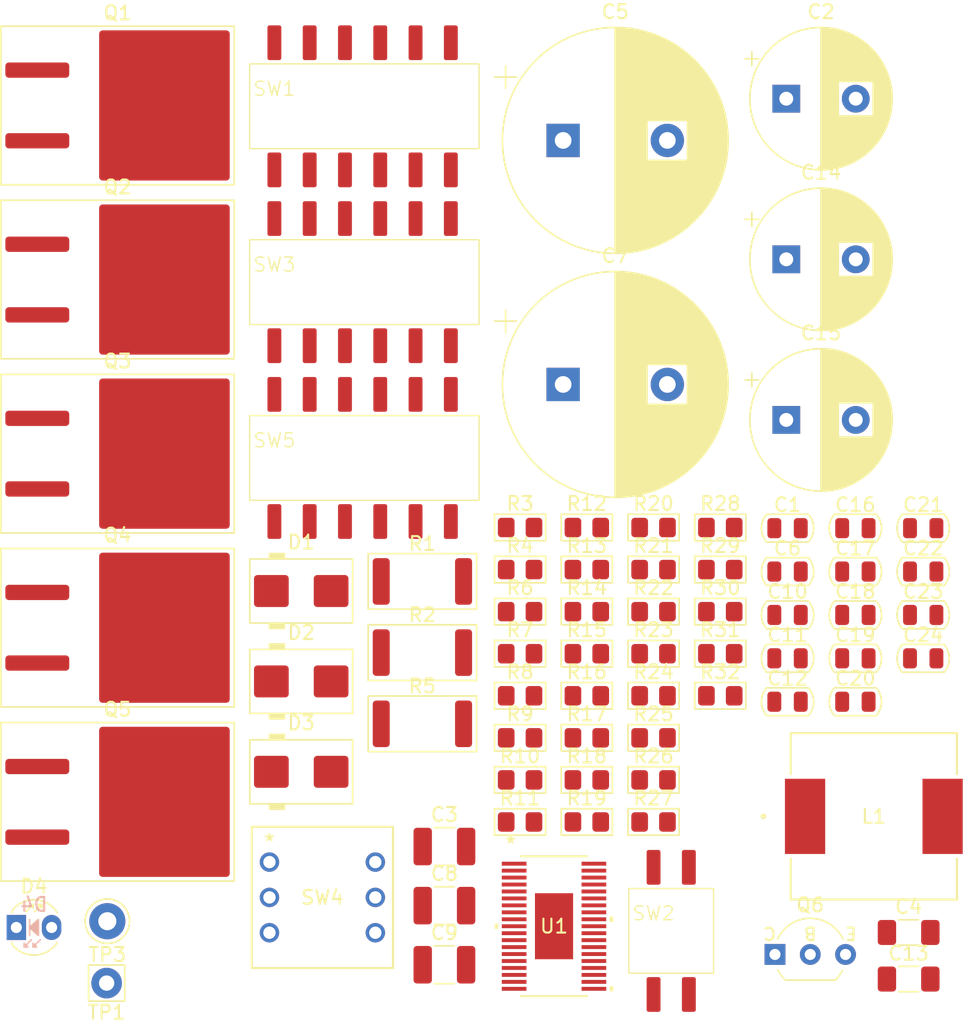
<source format=kicad_pcb>
(kicad_pcb (version 20241229) (generator "pcbnew") (generator_version "9.0")
  (layers (0 "F.Cu" signal) (2 "B.Cu" signal) (13 "F.Paste" user) (15 "B.Paste" user) (5 "F.SilkS" user "F.Silkscreen") (7 "B.SilkS" user "B.Silkscreen") (1 "F.Mask" user) (3 "B.Mask" user) (25 "Edge.Cuts" user))
  (net 0 "")
  (net 1 "/Vin")
  (net 2 "GNDPWR")
  (net 7 "Net-(Q5-D)")
  (net 8 "Net-(Q1-D)")
  (net 13 "Net-(D2-K)")
  (net 14 "Net-(Q1-G)")
  (net 15 "Net-(Q2-S)")
  (net 16 "Net-(D2-A)")
  (net 31 "Net-(Q4-D)")
  (net 32 "Net-(D3-K)")
  (net 33 "VDD")
  (net 34 "GNDS")
  (net 35 "Net-(U1A-SS)")
  (net 36 "Net-(U1A-VC1)")
  (net 37 "Net-(C19-Pad2)")
  (net 38 "Net-(C20-Pad2)")
  (net 39 "Net-(U1A-SNSP1)")
  (net 40 "Net-(U1A-SNSN1)")
  (net 41 "Net-(U1A-SNSP2)")
  (net 42 "Net-(U1A-SNSN2)")
  (net 43 "Net-(U1A-VC2)")
  (net 44 "Net-(U1A-IMON)")
  (net 45 "Net-(D4-K)")
  (net 46 "Net-(D4-A)")
  (net 48 "Net-(L1-Pad2)")
  (net 49 "Net-(Q2-G)")
  (net 50 "Net-(Q3-G)")
  (net 51 "Net-(Q4-G)")
  (net 52 "Net-(Q5-G)")
  (net 53 "Net-(Q6-B)")
  (net 58 "/PWGD")
  (net 59 "Net-(U1A-RT)")
  (net 60 "/manual_bus")
  (net 61 "Net-(R17-Pad1)")
  (net 62 "Net-(U1A-MODE1)")
  (net 63 "Net-(U1A-MODE2)")
  (net 64 "Net-(R20-Pad1)")
  (net 65 "Net-(R21-Pad1)")
  (net 66 "Net-(R22-Pad1)")
  (net 67 "Net-(R23-Pad1)")
  (net 68 "Net-(R24-Pad1)")
  (net 69 "Net-(R25-Pad1)")
  (net 70 "Net-(R26-Pad1)")
  (net 71 "Net-(R27-Pad1)")
  (net 72 "Net-(R28-Pad1)")
  (net 73 "Net-(R29-Pad1)")
  (net 74 "Net-(R30-Pad1)")
  (net 75 "Net-(R31-Pad1)")
  (net 76 "Net-(R32-Pad1)")
  (net 77 "Net-(SW3-Pad1)")
  (net 78 "Net-(U1A-FB2)")
  (net 79 "Net-(U1A-FB1)")
  (footprint "PCM_Package_TO_SOT_SMD_AKL:TO-263-2" (layer "F.Cu") (at 107.2525 108.205)
    (property "Reference" "Q5" (at 0 -6.65 0) (layer "F.SilkS"))
    (property "Value" "IPB048N15N5LF" (hide yes))
    (pad "1" smd roundrect (at -5.775 -2.54) (size 4.6 1.1) (layers "F.Cu" "F.Mask" "F.Paste") (roundrect_rratio 0.2272727273) (net 52 "Net-(Q5-G)"))
    (pad "2" smd roundrect (at 3.375 0) (size 9.4 10.8) (layers "F.Cu" "F.Mask") (roundrect_rratio 0.02659574468) (net 7 "Net-(Q5-D)"))
    (pad "3" smd roundrect (at -5.775 2.54) (size 4.6 1.1) (layers "F.Cu" "F.Mask" "F.Paste") (roundrect_rratio 0.2272727273) (net 31 "Net-(Q4-D)"))
  )
  (footprint "PCM_Resistor_SMD_AKL:R_0805_2012Metric_Pad1.20x1.40mm_HandSolder" (layer "F.Cu") (at 136.224 109.6525)
    (property "Reference" "R11" (at 0 -1.7145 0) (layer "F.SilkS"))
    (property "Value" "1k")
    (pad "1" smd roundrect (at -1 0) (size 1.2 1.4) (layers "F.Cu" "F.Mask" "F.Paste") (roundrect_rratio 0.208333) (net 58 "/PWGD"))
    (pad "2" smd roundrect (at 1 0) (size 1.2 1.4) (layers "F.Cu" "F.Mask" "F.Paste") (roundrect_rratio 0.208333) (net 53 "Net-(Q6-B)"))
  )
  (footprint "Inductor_SMD_Wurth:IND_1210-WE-HCC_WRE" (layer "F.Cu") (at 161.6829 109.2499)
    (property "Reference" "L1" (at 0 0 0) (layer "F.SilkS"))
    (property "Value" "7443320680")
    (pad "1" smd rect (at -4.95 0) (size 2.8956 5.4102) (layers "F.Cu" "F.Mask" "F.Paste") (net 31 "Net-(Q4-D)"))
    (pad "2" smd rect (at 4.95 0) (size 2.8956 5.4102) (layers "F.Cu" "F.Mask" "F.Paste") (net 48 "Net-(L1-Pad2)"))
  )
  (footprint "PCM_Resistor_SMD_AKL:R_0805_2012Metric_Pad1.20x1.40mm_HandSolder" (layer "F.Cu") (at 141.027 100.5775)
    (property "Reference" "R16" (at 0 -1.7145 0) (layer "F.SilkS"))
    (property "Value" "100k")
    (pad "1" smd roundrect (at -1 0) (size 1.2 1.4) (layers "F.Cu" "F.Mask" "F.Paste") (roundrect_rratio 0.208333) (net 7 "Net-(Q5-D)"))
    (pad "2" smd roundrect (at 1 0) (size 1.2 1.4) (layers "F.Cu" "F.Mask" "F.Paste") (roundrect_rratio 0.208333) (net 60 "/manual_bus"))
  )
  (footprint "PCM_Resistor_SMD_AKL:R_0805_2012Metric_Pad1.20x1.40mm_HandSolder" (layer "F.Cu") (at 145.83 97.5525)
    (property "Reference" "R23" (at 0 -1.7145 0) (layer "F.SilkS"))
    (property "Value" "5.1k")
    (pad "1" smd roundrect (at -1 0) (size 1.2 1.4) (layers "F.Cu" "F.Mask" "F.Paste") (roundrect_rratio 0.208333) (net 67 "Net-(R23-Pad1)"))
    (pad "2" smd roundrect (at 1 0) (size 1.2 1.4) (layers "F.Cu" "F.Mask" "F.Paste") (roundrect_rratio 0.208333) (net 34 "GNDS"))
  )
  (footprint "Converter_DCDC:05-08-1772_ADI-M" (layer "F.Cu") (at 138.6659 117.1514)
    (property "Reference" "U1" (at 0 0 0) (layer "F.SilkS"))
    (property "Value" "LT8210EFE")
    (fp_text user "*" (at -3.1242 -5.9224 0) (layer "F.SilkS"))
    (fp_text user "*" (at -3.1242 -5.9224 0) (layer "F.SilkS"))
    (pad "1" smd rect (at -2.8702 -4.499999) (size 1.778 0.2794) (layers "F.Cu" "F.Mask" "F.Paste") (net 1 "/Vin"))
    (pad "2" smd rect (at -2.8702 -4) (size 1.778 0.2794) (layers "F.Cu" "F.Mask" "F.Paste") (net 63 "Net-(U1A-MODE2)"))
    (pad "3" smd rect (at -2.8702 -3.500001) (size 1.778 0.2794) (layers "F.Cu" "F.Mask" "F.Paste") (net 62 "Net-(U1A-MODE1)"))
    (pad "4" smd rect (at -2.8702 -2.999999) (size 1.778 0.2794) (layers "F.Cu" "F.Mask" "F.Paste") (net 34 "GNDS"))
    (pad "5" smd rect (at -2.8702 -2.5) (size 1.778 0.2794) (layers "F.Cu" "F.Mask" "F.Paste") (net 58 "/PWGD"))
    (pad "6" smd rect (at -2.8702 -2.000001) (size 1.778 0.2794) (layers "F.Cu" "F.Mask" "F.Paste") (net 59 "Net-(U1A-RT)"))
    (pad "7" smd rect (at -2.8702 -1.5) (size 1.778 0.2794) (layers "F.Cu" "F.Mask" "F.Paste") (net 34 "GNDS"))
    (pad "8" smd rect (at -2.8702 -1.000001) (size 1.778 0.2794) (layers "F.Cu" "F.Mask" "F.Paste") (net 33 "VDD"))
    (pad "9" smd rect (at -2.8702 -0.499999) (size 1.778 0.2794) (layers "F.Cu" "F.Mask" "F.Paste") (net 35 "Net-(U1A-SS)"))
    (pad "10" smd rect (at -2.8702 0) (size 1.778 0.2794) (layers "F.Cu" "F.Mask" "F.Paste") (net 44 "Net-(U1A-IMON)"))
    (pad "11" smd rect (at -2.8702 0.499999) (size 1.778 0.2794) (layers "F.Cu" "F.Mask" "F.Paste") (net 36 "Net-(U1A-VC1)"))
    (pad "12" smd rect (at -2.8702 1.000001) (size 1.778 0.2794) (layers "F.Cu" "F.Mask" "F.Paste") (net 43 "Net-(U1A-VC2)"))
    (pad "13" smd rect (at -2.8702 1.5) (size 1.778 0.2794) (layers "F.Cu" "F.Mask" "F.Paste") (net 78 "Net-(U1A-FB2)"))
    (pad "14" smd rect (at -2.8702 2.000001) (size 1.778 0.2794) (layers "F.Cu" "F.Mask" "F.Paste") (net 79 "Net-(U1A-FB1)"))
    (pad "15" smd rect (at -2.8702 2.5) (size 1.778 0.2794) (layers "F.Cu" "F.Mask" "F.Paste"))
    (pad "16" smd rect (at -2.8702 2.999999) (size 1.778 0.2794) (layers "F.Cu" "F.Mask" "F.Paste") (net 7 "Net-(Q5-D)"))
    (pad "17" smd rect (at -2.8702 3.500001) (size 1.778 0.2794) (layers "F.Cu" "F.Mask" "F.Paste"))
    (pad "18" smd rect (at -2.8702 4) (size 1.778 0.2794) (layers "F.Cu" "F.Mask" "F.Paste") (net 42 "Net-(U1A-SNSN2)"))
    (pad "19" smd rect (at -2.8702 4.500001) (size 1.778 0.2794) (layers "F.Cu" "F.Mask" "F.Paste") (net 41 "Net-(U1A-SNSP2)"))
    (pad "20" smd rect (at 2.8702 4.499999) (size 1.778 0.2794) (layers "F.Cu" "F.Mask" "F.Paste") (net 52 "Net-(Q5-G)"))
    (pad "21" smd rect (at 2.8702 4) (size 1.778 0.2794) (layers "F.Cu" "F.Mask" "F.Paste") (net 31 "Net-(Q4-D)"))
    (pad "22" smd rect (at 2.8702 3.500001) (size 1.778 0.2794) (layers "F.Cu" "F.Mask" "F.Paste") (net 32 "Net-(D3-K)"))
    (pad "23" smd rect (at 2.8702 2.999999) (size 1.778 0.2794) (layers "F.Cu" "F.Mask" "F.Paste"))
    (pad "24" smd rect (at 2.8702 2.5) (size 1.778 0.2794) (layers "F.Cu" "F.Mask" "F.Paste") (net 51 "Net-(Q4-G)"))
    (pad "25" smd rect (at 2.8702 1.999999) (size 1.778 0.2794) (layers "F.Cu" "F.Mask" "F.Paste") (net 2 "GNDPWR"))
    (pad "26" smd rect (at 2.8702 1.5) (size 1.778 0.2794) (layers "F.Cu" "F.Mask" "F.Paste") (net 50 "Net-(Q3-G)"))
    (pad "27" smd rect (at 2.8702 1.000001) (size 1.778 0.2794) (layers "F.Cu" "F.Mask" "F.Paste") (net 16 "Net-(D2-A)"))
    (pad "28" smd rect (at 2.8702 0.499999) (size 1.778 0.2794) (layers "F.Cu" "F.Mask" "F.Paste") (net 7 "Net-(Q5-D)"))
    (pad "29" smd rect (at 2.8702 0) (size 1.778 0.2794) (layers "F.Cu" "F.Mask" "F.Paste"))
    (pad "30" smd rect (at 2.8702 -0.500002) (size 1.778 0.2794) (layers "F.Cu" "F.Mask" "F.Paste") (net 13 "Net-(D2-K)"))
    (pad "31" smd rect (at 2.8702 -1.000001) (size 1.778 0.2794) (layers "F.Cu" "F.Mask" "F.Paste") (net 15 "Net-(Q2-S)"))
    (pad "32" smd rect (at 2.8702 -1.5) (size 1.778 0.2794) (layers "F.Cu" "F.Mask" "F.Paste") (net 49 "Net-(Q2-G)"))
    (pad "33" smd rect (at 2.8702 -2.000001) (size 1.778 0.2794) (layers "F.Cu" "F.Mask" "F.Paste") (net 40 "Net-(U1A-SNSN1)"))
    (pad "34" smd rect (at 2.8702 -2.5) (size 1.778 0.2794) (layers "F.Cu" "F.Mask" "F.Paste") (net 39 "Net-(U1A-SNSP1)"))
    (pad "35" smd rect (at 2.8702 -2.999999) (size 1.778 0.2794) (layers "F.Cu" "F.Mask" "F.Paste"))
    (pad "36" smd rect (at 2.8702 -3.500001) (size 1.778 0.2794) (layers "F.Cu" "F.Mask" "F.Paste") (net 8 "Net-(Q1-D)"))
    (pad "37" smd rect (at 2.8702 -4) (size 1.778 0.2794) (layers "F.Cu" "F.Mask" "F.Paste") (net 14 "Net-(Q1-G)"))
    (pad "38" smd rect (at 2.8702 -4.500001) (size 1.778 0.2794) (layers "F.Cu" "F.Mask" "F.Paste") (net 1 "/Vin"))
    (pad "39" smd rect (at 0 0) (size 2.7432 4.7498) (layers "F.Cu" "F.Mask"))
  )
  (footprint "PCM_Capacitor_SMD_AKL:C_0805_2012Metric" (layer "F.Cu") (at 165.23697 91.645)
    (property "Reference" "C22" (at 0 -1.68 0) (layer "F.SilkS"))
    (property "Value" "1nF" (hide yes))
    (pad "1" smd roundrect (at -0.95 0) (size 1 1.45) (layers "F.Cu" "F.Mask" "F.Paste") (net 41 "Net-(U1A-SNSP2)"))
    (pad "2" smd roundrect (at 0.95 0) (size 1 1.45) (layers "F.Cu" "F.Mask" "F.Paste") (net 42 "Net-(U1A-SNSN2)"))
  )
  (footprint "Capacitor_SMD:C_1206_3216Metric_Pad1.33x1.80mm_HandSolder" (layer "F.Cu") (at 164.1875 120.95)
    (property "Reference" "C13" (at 0 -1.85 0) (layer "F.SilkS"))
    (property "Value" "22uF 35V")
    (pad "1" smd roundrect (at -1.5625 0) (size 1.325 1.8) (layers "F.Cu" "F.Mask" "F.Paste") (roundrect_rratio 0.188679) (net 7 "Net-(Q5-D)"))
    (pad "2" smd roundrect (at 1.5625 0) (size 1.325 1.8) (layers "F.Cu" "F.Mask" "F.Paste") (roundrect_rratio 0.188679) (net 2 "GNDPWR"))
  )
  (footprint "Connector_Pin:Pin_D1.1mm_L8.5mm_W2.5mm_FlatFork" (layer "F.Cu") (at 106.4675 121.24)
    (property "Reference" "TP1" (at 0 2.1 0) (layer "F.SilkS"))
    (property "Value" "ForkTerminal")
    (pad "1" thru_hole circle (at 0 0) (size 2.2 2.2) (drill 1.1) (layers "*.Cu" "*.Mask"))
  )
  (footprint "Capacitor_SMD:C_1210_3225Metric_Pad1.33x2.70mm_HandSolder" (layer "F.Cu") (at 130.7775 111.42)
    (property "Reference" "C3" (at 0 -2.3 0) (layer "F.SilkS"))
    (property "Value" "10uF 100V")
    (pad "1" smd roundrect (at -1.5625 0) (size 1.325 2.7) (layers "F.Cu" "F.Mask" "F.Paste") (roundrect_rratio 0.188679))
    (pad "2" smd roundrect (at 1.5625 0) (size 1.325 2.7) (layers "F.Cu" "F.Mask" "F.Paste") (roundrect_rratio 0.188679))
  )
  (footprint "Button_Switch_SMD:6DIPCFS" (layer "F.Cu") (at 118.5405 70.069)
    (property "Reference" "SW3" (at 0 -0.5 0) (layer "F.SilkS") (effects (font (thickness 0.1))))
    (property "Value" "DIP6")
    (pad "1" smd roundrect (at 0 -3.81) (size 1 2.5) (layers "F.Cu" "F.Mask" "F.Paste") (roundrect_rratio 0.15) (net 77 "Net-(SW3-Pad1)"))
    (pad "2" smd roundrect (at 2.54 -3.81 90) (size 2.5 1) (layers "F.Cu" "F.Mask" "F.Paste") (roundrect_rratio 0.15) (net 77 "Net-(SW3-Pad1)"))
    (pad "3" smd roundrect (at 5.08 -3.81 90) (size 2.5 1) (layers "F.Cu" "F.Mask" "F.Paste") (roundrect_rratio 0.15) (net 77 "Net-(SW3-Pad1)"))
    (pad "4" smd roundrect (at 7.62 -3.81 90) (size 2.5 1) (layers "F.Cu" "F.Mask" "F.Paste") (roundrect_rratio 0.15) (net 77 "Net-(SW3-Pad1)"))
    (pad "5" smd roundrect (at 10.16 -3.81 90) (size 2.5 1) (layers "F.Cu" "F.Mask" "F.Paste") (roundrect_rratio 0.15) (net 77 "Net-(SW3-Pad1)"))
    (pad "6" smd roundrect (at 12.7 -3.81 90) (size 2.5 1) (layers "F.Cu" "F.Mask" "F.Paste") (roundrect_rratio 0.15) (net 77 "Net-(SW3-Pad1)"))
    (pad "7" smd roundrect (at 12.7 5.334 90) (size 2.5 1) (layers "F.Cu" "F.Mask" "F.Paste") (roundrect_rratio 0.15) (net 68 "Net-(R24-Pad1)"))
    (pad "8" smd roundrect (at 10.16 5.334 90) (size 2.5 1) (layers "F.Cu" "F.Mask" "F.Paste") (roundrect_rratio 0.15) (net 67 "Net-(R23-Pad1)"))
    (pad "9" smd roundrect (at 7.62 5.334 90) (size 2.5 1) (layers "F.Cu" "F.Mask" "F.Paste") (roundrect_rratio 0.15) (net 66 "Net-(R22-Pad1)"))
    (pad "10" smd roundrect (at 5.08 5.334 90) (size 2.5 1) (layers "F.Cu" "F.Mask" "F.Paste") (roundrect_rratio 0.15) (net 65 "Net-(R21-Pad1)"))
    (pad "11" smd roundrect (at 2.54 5.334 90) (size 2.5 1) (layers "F.Cu" "F.Mask" "F.Paste") (roundrect_rratio 0.15) (net 64 "Net-(R20-Pad1)"))
    (pad "12" smd roundrect (at 0 5.334 90) (size 2.5 1) (layers "F.Cu" "F.Mask" "F.Paste") (roundrect_rratio 0.15) (net 61 "Net-(R17-Pad1)"))
  )
  (footprint "PCM_Package_TO_SOT_SMD_AKL:TO-263-2" (layer "F.Cu") (at 107.2525 70.645)
    (property "Reference" "Q2" (at 0 -6.65 0) (layer "F.SilkS"))
    (property "Value" "IPB048N15N5LF" (hide yes))
    (pad "1" smd roundrect (at -5.775 -2.54) (size 4.6 1.1) (layers "F.Cu" "F.Mask" "F.Paste") (roundrect_rratio 0.2272727273) (net 49 "Net-(Q2-G)"))
    (pad "2" smd roundrect (at 3.375 0) (size 9.4 10.8) (layers "F.Cu" "F.Mask") (roundrect_rratio 0.02659574468) (net 8 "Net-(Q1-D)"))
    (pad "3" smd roundrect (at -5.775 2.54) (size 4.6 1.1) (layers "F.Cu" "F.Mask" "F.Paste") (roundrect_rratio 0.2272727273) (net 15 "Net-(Q2-S)"))
  )
  (footprint "Button_Switch_SMD:6DIPCFS" (layer "F.Cu") (at 118.5405 57.425)
    (property "Reference" "SW1" (at 0 -0.5 0) (layer "F.SilkS") (effects (font (thickness 0.1))))
    (property "Value" "DIP6")
    (pad "1" smd roundrect (at 0 -3.81) (size 1 2.5) (layers "F.Cu" "F.Mask" "F.Paste") (roundrect_rratio 0.15))
    (pad "2" smd roundrect (at 2.54 -3.81 90) (size 2.5 1) (layers "F.Cu" "F.Mask" "F.Paste") (roundrect_rratio 0.15))
    (pad "3" smd roundrect (at 5.08 -3.81 90) (size 2.5 1) (layers "F.Cu" "F.Mask" "F.Paste") (roundrect_rratio 0.15))
    (pad "4" smd roundrect (at 7.62 -3.81 90) (size 2.5 1) (layers "F.Cu" "F.Mask" "F.Paste") (roundrect_rratio 0.15))
    (pad "5" smd roundrect (at 10.16 -3.81 90) (size 2.5 1) (layers "F.Cu" "F.Mask" "F.Paste") (roundrect_rratio 0.15))
    (pad "6" smd roundrect (at 12.7 -3.81 90) (size 2.5 1) (layers "F.Cu" "F.Mask" "F.Paste") (roundrect_rratio 0.15))
    (pad "7" smd roundrect (at 12.7 5.334 90) (size 2.5 1) (layers "F.Cu" "F.Mask" "F.Paste") (roundrect_rratio 0.15))
    (pad "8" smd roundrect (at 10.16 5.334 90) (size 2.5 1) (layers "F.Cu" "F.Mask" "F.Paste") (roundrect_rratio 0.15))
    (pad "9" smd roundrect (at 7.62 5.334 90) (size 2.5 1) (layers "F.Cu" "F.Mask" "F.Paste") (roundrect_rratio 0.15))
    (pad "10" smd roundrect (at 5.08 5.334 90) (size 2.5 1) (layers "F.Cu" "F.Mask" "F.Paste") (roundrect_rratio 0.15))
    (pad "11" smd roundrect (at 2.54 5.334 90) (size 2.5 1) (layers "F.Cu" "F.Mask" "F.Paste") (roundrect_rratio 0.15))
    (pad "12" smd roundrect (at 0 5.334 90) (size 2.5 1) (layers "F.Cu" "F.Mask" "F.Paste") (roundrect_rratio 0.15))
  )
  (footprint "PCM_Resistor_SMD_AKL:R_0805_2012Metric_Pad1.20x1.40mm_HandSolder" (layer "F.Cu") (at 145.83 94.5275)
    (property "Reference" "R22" (at 0 -1.7145 0) (layer "F.SilkS"))
    (property "Value" "7.5k")
    (pad "1" smd roundrect (at -1 0) (size 1.2 1.4) (layers "F.Cu" "F.Mask" "F.Paste") (roundrect_rratio 0.208333) (net 66 "Net-(R22-Pad1)"))
    (pad "2" smd roundrect (at 1 0) (size 1.2 1.4) (layers "F.Cu" "F.Mask" "F.Paste") (roundrect_rratio 0.208333) (net 34 "GNDS"))
  )
  (footprint "PCM_Resistor_SMD_AKL:R_2512_6332Metric" (layer "F.Cu") (at 129.1925 92.355)
    (property "Reference" "R1" (at 0 -2.715 0) (layer "F.SilkS"))
    (property "Value" "5mOhm" (hide yes))
    (pad "1" smd roundrect (at -2.9625 0) (size 1.225 3.35) (layers "F.Cu" "F.Mask" "F.Paste") (roundrect_rratio 0.204082) (net 15 "Net-(Q2-S)"))
    (pad "2" smd roundrect (at 2.9625 0) (size 1.225 3.35) (layers "F.Cu" "F.Mask" "F.Paste") (roundrect_rratio 0.204082) (net 48 "Net-(L1-Pad2)"))
  )
  (footprint "PCM_Capacitor_THT_AKL:CP_Radial_D16.0mm_P7.50mm" (layer "F.Cu") (at 139.321991 78.19)
    (property "Reference" "C7" (at 3.75 -9.25 0) (layer "F.SilkS"))
    (property "Value" "220uF 100V" (hide yes))
    (pad "1" thru_hole rect (at 0 0) (size 2.4 2.4) (drill 1.2) (layers "*.Cu" "*.Mask") (net 8 "Net-(Q1-D)"))
    (pad "2" thru_hole circle (at 7.5 0) (size 2.4 2.4) (drill 1.2) (layers "*.Cu" "*.Mask") (net 2 "GNDPWR"))
  )
  (footprint "Capacitor_SMD:C_1206_3216Metric_Pad1.33x1.80mm_HandSolder" (layer "F.Cu") (at 164.1875 117.6)
    (property "Reference" "C4" (at 0 -1.85 0) (layer "F.SilkS"))
    (property "Value" "22uF 35V")
    (pad "1" smd roundrect (at -1.5625 0) (size 1.325 1.8) (layers "F.Cu" "F.Mask" "F.Paste") (roundrect_rratio 0.188679) (net 7 "Net-(Q5-D)"))
    (pad "2" smd roundrect (at 1.5625 0) (size 1.325 1.8) (layers "F.Cu" "F.Mask" "F.Paste") (roundrect_rratio 0.188679) (net 2 "GNDPWR"))
  )
  (footprint "PCM_Resistor_SMD_AKL:R_0805_2012Metric_Pad1.20x1.40mm_HandSolder" (layer "F.Cu") (at 145.83 91.5025)
    (property "Reference" "R21" (at 0 -1.7145 0) (layer "F.SilkS"))
    (property "Value" "9.1k")
    (pad "1" smd roundrect (at -1 0) (size 1.2 1.4) (layers "F.Cu" "F.Mask" "F.Paste") (roundrect_rratio 0.208333) (net 65 "Net-(R21-Pad1)"))
    (pad "2" smd roundrect (at 1 0) (size 1.2 1.4) (layers "F.Cu" "F.Mask" "F.Paste") (roundrect_rratio 0.208333) (net 34 "GNDS"))
  )
  (footprint "PCM_Resistor_SMD_AKL:R_0805_2012Metric_Pad1.20x1.40mm_HandSolder" (layer "F.Cu") (at 145.83 106.6275)
    (property "Reference" "R26" (at 0 -1.7145 0) (layer "F.SilkS"))
    (property "Value" "6.8k")
    (pad "1" smd roundrect (at -1 0) (size 1.2 1.4) (layers "F.Cu" "F.Mask" "F.Paste") (roundrect_rratio 0.208333) (net 70 "Net-(R26-Pad1)"))
    (pad "2" smd roundrect (at 1 0) (size 1.2 1.4) (layers "F.Cu" "F.Mask" "F.Paste") (roundrect_rratio 0.208333) (net 34 "GNDS"))
  )
  (footprint "PCM_Resistor_SMD_AKL:R_0805_2012Metric_Pad1.20x1.40mm_HandSolder" (layer "F.Cu") (at 136.224 97.5525)
    (property "Reference" "R7" (at 0 -1.7145 0) (layer "F.SilkS"))
    (property "Value" "10R")
    (pad "1" smd roundrect (at -1 0) (size 1.2 1.4) (layers "F.Cu" "F.Mask" "F.Paste") (roundrect_rratio 0.208333) (net 48 "Net-(L1-Pad2)"))
    (pad "2" smd roundrect (at 1 0) (size 1.2 1.4) (layers "F.Cu" "F.Mask" "F.Paste") (roundrect_rratio 0.208333) (net 40 "Net-(U1A-SNSN1)"))
  )
  (footprint "PCM_Resistor_SMD_AKL:R_0805_2012Metric_Pad1.20x1.40mm_HandSolder" (layer "F.Cu") (at 141.027 106.6275)
    (property "Reference" "R18" (at 0 -1.7145 0) (layer "F.SilkS"))
    (property "Value" "10k")
    (pad "1" smd roundrect (at -1 0) (size 1.2 1.4) (layers "F.Cu" "F.Mask" "F.Paste") (roundrect_rratio 0.208333) (net 33 "VDD"))
    (pad "2" smd roundrect (at 1 0) (size 1.2 1.4) (layers "F.Cu" "F.Mask" "F.Paste") (roundrect_rratio 0.208333) (net 62 "Net-(U1A-MODE1)"))
  )
  (footprint "PCM_Capacitor_SMD_AKL:C_0805_2012Metric" (layer "F.Cu") (at 165.23697 97.885)
    (property "Reference" "C24" (at 0 -1.68 0) (layer "F.SilkS"))
    (property "Value" "220pF" (hide yes))
    (pad "1" smd roundrect (at -0.95 0) (size 1 1.45) (layers "F.Cu" "F.Mask" "F.Paste") (net 34 "GNDS"))
    (pad "2" smd roundrect (at 0.95 0) (size 1 1.45) (layers "F.Cu" "F.Mask" "F.Paste") (net 44 "Net-(U1A-IMON)"))
  )
  (footprint "PCM_Resistor_SMD_AKL:R_0805_2012Metric_Pad1.20x1.40mm_HandSolder" (layer "F.Cu") (at 141.027 97.5525)
    (property "Reference" "R15" (at 0 -1.7145 0) (layer "F.SilkS"))
    (property "Value" "60.4k")
    (pad "1" smd roundrect (at -1 0) (size 1.2 1.4) (layers "F.Cu" "F.Mask" "F.Paste") (roundrect_rratio 0.208333) (net 38 "Net-(C20-Pad2)"))
    (pad "2" smd roundrect (at 1 0) (size 1.2 1.4) (layers "F.Cu" "F.Mask" "F.Paste") (roundrect_rratio 0.208333) (net 43 "Net-(U1A-VC2)"))
  )
  (footprint "PCM_Package_TO_SOT_SMD_AKL:TO-263-2" (layer "F.Cu") (at 107.2525 95.685)
    (property "Reference" "Q4" (at 0 -6.65 0) (layer "F.SilkS"))
    (property "Value" "IPB048N15N5LF" (hide yes))
    (pad "1" smd roundrect (at -5.775 -2.54) (size 4.6 1.1) (layers "F.Cu" "F.Mask" "F.Paste") (roundrect_rratio 0.2272727273) (net 51 "Net-(Q4-G)"))
    (pad "2" smd roundrect (at 3.375 0) (size 9.4 10.8) (layers "F.Cu" "F.Mask") (roundrect_rratio 0.02659574468) (net 31 "Net-(Q4-D)"))
    (pad "3" smd roundrect (at -5.775 2.54) (size 4.6 1.1) (layers "F.Cu" "F.Mask" "F.Paste") (roundrect_rratio 0.2272727273) (net 2 "GNDPWR"))
  )
  (footprint "PCM_Resistor_SMD_AKL:R_0805_2012Metric_Pad1.20x1.40mm_HandSolder" (layer "F.Cu") (at 141.027 94.5275)
    (property "Reference" "R14" (at 0 -1.7145 0) (layer "F.SilkS"))
    (property "Value" "2.61k")
    (pad "1" smd roundrect (at -1 0) (size 1.2 1.4) (layers "F.Cu" "F.Mask" "F.Paste") (roundrect_rratio 0.208333) (net 37 "Net-(C19-Pad2)"))
    (pad "2" smd roundrect (at 1 0) (size 1.2 1.4) (layers "F.Cu" "F.Mask" "F.Paste") (roundrect_rratio 0.208333) (net 36 "Net-(U1A-VC1)"))
  )
  (footprint "PCM_Resistor_SMD_AKL:R_0805_2012Metric_Pad1.20x1.40mm_HandSolder" (layer "F.Cu") (at 150.633 100.5775)
    (property "Reference" "R32" (at 0 -1.7145 0) (layer "F.SilkS"))
    (property "Value" "33k")
    (pad "1" smd roundrect (at -1 0) (size 1.2 1.4) (layers "F.Cu" "F.Mask" "F.Paste") (roundrect_rratio 0.208333) (net 76 "Net-(R32-Pad1)"))
    (pad "2" smd roundrect (at 1 0) (size 1.2 1.4) (layers "F.Cu" "F.Mask" "F.Paste") (roundrect_rratio 0.208333) (net 34 "GNDS"))
  )
  (footprint "PCM_Resistor_SMD_AKL:R_0805_2012Metric_Pad1.20x1.40mm_HandSolder" (layer "F.Cu") (at 145.83 100.5775)
    (property "Reference" "R24" (at 0 -1.7145 0) (layer "F.SilkS"))
    (property "Value" "4.3k")
    (pad "1" smd roundrect (at -1 0) (size 1.2 1.4) (layers "F.Cu" "F.Mask" "F.Paste") (roundrect_rratio 0.208333) (net 68 "Net-(R24-Pad1)"))
    (pad "2" smd roundrect (at 1 0) (size 1.2 1.4) (layers "F.Cu" "F.Mask" "F.Paste") (roundrect_rratio 0.208333) (net 34 "GNDS"))
  )
  (footprint "PCM_Capacitor_SMD_AKL:C_0805_2012Metric" (layer "F.Cu") (at 155.473394 97.885)
    (property "Reference" "C11" (at 0 -1.68 0) (layer "F.SilkS"))
    (property "Value" "4.7uF 35v" (hide yes))
    (pad "1" smd roundrect (at -0.95 0) (size 1 1.45) (layers "F.Cu" "F.Mask" "F.Paste") (net 16 "Net-(D2-A)"))
    (pad "2" smd roundrect (at 0.95 0) (size 1 1.45) (layers "F.Cu" "F.Mask" "F.Paste") (net 2 "GNDPWR"))
  )
  (footprint "PCM_Package_TO_SOT_THT_AKL:TO-92_Inline_Wide_CBE" (layer "F.Cu") (at 154.5675 119.18)
    (property "Reference" "Q6" (at 2.54 -3.56 0) (layer "F.SilkS"))
    (property "Value" "BC547" (hide yes))
    (fp_text user "B" (at 2.54 -1.524 180) (layer "F.SilkS") (effects (font (size 0.9 0.9))))
    (fp_text user "C" (at -0.381 -1.524 180) (layer "F.SilkS") (effects (font (size 0.9 0.9))))
    (fp_text user "E" (at 5.461 -1.524 180) (layer "F.SilkS") (effects (font (size 0.9 0.9))))
    (pad "1" thru_hole rect (at 0 0 90) (size 1.5 1.5) (drill 0.8) (layers "*.Cu" "*.Mask") (net 45 "Net-(D4-K)"))
    (pad "2" thru_hole circle (at 2.54 0 90) (size 1.5 1.5) (drill 0.8) (layers "*.Cu" "*.Mask") (net 53 "Net-(Q6-B)"))
    (pad "3" thru_hole circle (at 5.08 0 90) (size 1.5 1.5) (drill 0.8) (layers "*.Cu" "*.Mask") (net 34 "GNDS"))
  )
  (footprint "PCM_Capacitor_SMD_AKL:C_0805_2012Metric" (layer "F.Cu") (at 160.355182 94.765)
    (property "Reference" "C18" (at 0 -1.68 0) (layer "F.SilkS"))
    (property "Value" "820pF" (hide yes))
    (pad "1" smd roundrect (at -0.95 0) (size 1 1.45) (layers "F.Cu" "F.Mask" "F.Paste") (net 34 "GNDS"))
    (pad "2" smd roundrect (at 0.95 0) (size 1 1.45) (layers "F.Cu" "F.Mask" "F.Paste") (net 36 "Net-(U1A-VC1)"))
  )
  (footprint "PCM_Capacitor_SMD_AKL:C_0805_2012Metric" (layer "F.Cu") (at 160.355182 101.005)
    (property "Reference" "C20" (at 0 -1.68 0) (layer "F.SilkS"))
    (property "Value" "2.2nF" (hide yes))
    (pad "1" smd roundrect (at -0.95 0) (size 1 1.45) (layers "F.Cu" "F.Mask" "F.Paste") (net 34 "GNDS"))
    (pad "2" smd roundrect (at 0.95 0) (size 1 1.45) (layers "F.Cu" "F.Mask" "F.Paste") (net 38 "Net-(C20-Pad2)"))
  )
  (footprint "PCM_Package_TO_SOT_SMD_AKL:TO-263-2" (layer "F.Cu") (at 107.2525 58.125)
    (property "Reference" "Q1" (at 0 -6.65 0) (layer "F.SilkS"))
    (property "Value" "IPB048N15N5LF" (hide yes))
    (pad "1" smd roundrect (at -5.775 -2.54) (size 4.6 1.1) (layers "F.Cu" "F.Mask" "F.Paste") (roundrect_rratio 0.2272727273) (net 14 "Net-(Q1-G)"))
    (pad "2" smd roundrect (at 3.375 0) (size 9.4 10.8) (layers "F.Cu" "F.Mask") (roundrect_rratio 0.02659574468) (net 8 "Net-(Q1-D)"))
    (pad "3" smd roundrect (at -5.775 2.54) (size 4.6 1.1) (layers "F.Cu" "F.Mask" "F.Paste") (roundrect_rratio 0.2272727273) (net 1 "/Vin"))
  )
  (footprint "PCM_Resistor_SMD_AKL:R_0805_2012Metric_Pad1.20x1.40mm_HandSolder" (layer "F.Cu") (at 141.027 91.5025)
    (property "Reference" "R13" (at 0 -1.7145 0) (layer "F.SilkS"))
    (property "Value" "28k")
    (pad "1" smd roundrect (at -1 0) (size 1.2 1.4) (layers "F.Cu" "F.Mask" "F.Paste") (roundrect_rratio 0.208333) (net 34 "GNDS"))
    (pad "2" smd roundrect (at 1 0) (size 1.2 1.4) (layers "F.Cu" "F.Mask" "F.Paste") (roundrect_rratio 0.208333) (net 59 "Net-(U1A-RT)"))
  )
  (footprint "Button_Switch_SMD:6DIPCFS" (layer "F.Cu") (at 118.5405 82.713)
    (property "Reference" "SW5" (at 0 -0.5 0) (layer "F.SilkS") (effects (font (thickness 0.1))))
    (property "Value" "DIP6")
    (pad "1" smd roundrect (at 0 -3.81) (size 1 2.5) (layers "F.Cu" "F.Mask" "F.Paste") (roundrect_rratio 0.15) (net 44 "Net-(U1A-IMON)"))
    (pad "2" smd roundrect (at 2.54 -3.81 90) (size 2.5 1) (layers "F.Cu" "F.Mask" "F.Paste") (roundrect_rratio 0.15) (net 44 "Net-(U1A-IMON)"))
    (pad "3" smd roundrect (at 5.08 -3.81 90) (size 2.5 1) (layers "F.Cu" "F.Mask" "F.Paste") (roundrect_rratio 0.15) (net 44 "Net-(U1A-IMON)"))
    (pad "4" smd roundrect (at 7.62 -3.81 90) (size 2.5 1) (layers "F.Cu" "F.Mask" "F.Paste") (roundrect_rratio 0.15) (net 44 "Net-(U1A-IMON)"))
    (pad "5" smd roundrect (at 10.16 -3.81 90) (size 2.5 1) (layers "F.Cu" "F.Mask" "F.Paste") (roundrect_rratio 0.15) (net 44 "Net-(U1A-IMON)"))
    (pad "6" smd roundrect (at 12.7 -3.81 90) (size 2.5 1) (layers "F.Cu" "F.Mask" "F.Paste") (roundrect_rratio 0.15) (net 44 "Net-(U1A-IMON)"))
    (pad "7" smd roundrect (at 12.7 5.334 90) (size 2.5 1) (layers "F.Cu" "F.Mask" "F.Paste") (roundrect_rratio 0.15) (net 71 "Net-(R27-Pad1)"))
    (pad "8" smd roundrect (at 10.16 5.334 90) (size 2.5 1) (layers "F.Cu" "F.Mask" "F.Paste") (roundrect_rratio 0.15) (net 72 "Net-(R28-Pad1)"))
    (pad "9" smd roundrect (at 7.62 5.334 90) (size 2.5 1) (layers "F.Cu" "F.Mask" "F.Paste") (roundrect_rratio 0.15) (net 73 "Net-(R29-Pad1)"))
    (pad "10" smd roundrect (at 5.08 5.334 90) (size 2.5 1) (layers "F.Cu" "F.Mask" "F.Paste") (roundrect_rratio 0.15) (net 74 "Net-(R30-Pad1)"))
    (pad "11" smd roundrect (at 2.54 5.334 90) (size 2.5 1) (layers "F.Cu" "F.Mask" "F.Paste") (roundrect_rratio 0.15) (net 75 "Net-(R31-Pad1)"))
    (pad "12" smd roundrect (at 0 5.334 90) (size 2.5 1) (layers "F.Cu" "F.Mask" "F.Paste") (roundrect_rratio 0.15) (net 76 "Net-(R32-Pad1)"))
  )
  (footprint "Capacitor_SMD:C_1210_3225Metric_Pad1.33x2.70mm_HandSolder" (layer "F.Cu") (at 130.7775 119.92)
    (property "Reference" "C9" (at 0 -2.3 0) (layer "F.SilkS"))
    (property "Value" "10uF 100V")
    (pad "1" smd roundrect (at -1.5625 0) (size 1.325 2.7) (layers "F.Cu" "F.Mask" "F.Paste") (roundrect_rratio 0.188679) (net 8 "Net-(Q1-D)"))
    (pad "2" smd roundrect (at 1.5625 0) (size 1.325 2.7) (layers "F.Cu" "F.Mask" "F.Paste") (roundrect_rratio 0.188679) (net 2 "GNDPWR"))
  )
  (footprint "PCM_Capacitor_SMD_AKL:C_0805_2012Metric" (layer "F.Cu") (at 155.473394 101.005)
    (property "Reference" "C12" (at 0 -1.68 0) (layer "F.SilkS"))
    (property "Value" "220nF" (hide yes))
    (pad "1" smd roundrect (at -0.95 0) (size 1 1.45) (layers "F.Cu" "F.Mask" "F.Paste") (net 32 "Net-(D3-K)"))
    (pad "2" smd roundrect (at 0.95 0) (size 1 1.45) (layers "F.Cu" "F.Mask" "F.Paste") (net 31 "Net-(Q4-D)"))
  )
  (footprint "Button_Switch_SMD:2DIPCFS" (layer "F.Cu") (at 145.8305 116.725)
    (property "Reference" "SW2" (at 0 -0.5 0) (layer "F.SilkS") (effects (font (thickness 0.1))))
    (property "Value" "DIP2")
    (pad "1" smd roundrect (at 0 -3.81) (size 1 2.5) (layers "F.Cu" "F.Mask" "F.Paste") (roundrect_rratio 0.15) (net 63 "Net-(U1A-MODE2)"))
    (pad "2" smd roundrect (at 2.54 -3.81 90) (size 2.5 1) (layers "F.Cu" "F.Mask" "F.Paste") (roundrect_rratio 0.15) (net 62 "Net-(U1A-MODE1)"))
    (pad "3" smd roundrect (at 2.54 5.334 90) (size 2.5 1) (layers "F.Cu" "F.Mask" "F.Paste") (roundrect_rratio 0.15) (net 34 "GNDS"))
    (pad "4" smd roundrect (at 0 5.334 90) (size 2.5 1) (layers "F.Cu" "F.Mask" "F.Paste") (roundrect_rratio 0.15) (net 34 "GNDS"))
  )
  (footprint "PCM_Capacitor_THT_AKL:CP_Radial_D10.0mm_P5.00mm" (layer "F.Cu") (at 155.382146 80.74)
    (property "Reference" "C15" (at 2.5 -6.25 0) (layer "F.SilkS"))
    (property "Value" "470uF 35V" (hide yes))
    (pad "1" thru_hole rect (at 0 0) (size 2 2) (drill 1) (layers "*.Cu" "*.Mask") (net 7 "Net-(Q5-D)"))
    (pad "2" thru_hole circle (at 5 0) (size 2 2) (drill 1) (layers "*.Cu" "*.Mask") (net 2 "GNDPWR"))
  )
  (footprint "PCM_LED_THT_AKL_Double:LED_D3.0mm" (layer "F.Cu") (at 99.9675 117.24)
    (property "Reference" "D4" (at 1.27 -2.96 0) (layer "F.SilkS"))
    (property "Value" "LED" (hide yes))
    (fp_text user "${REFERENCE}" (at 1.27 -1.651 0) (layer "B.SilkS") (effects (justify mirror)))
    (pad "1" thru_hole rect (at 0 0) (size 1.4 1.8) (drill 0.8) (layers "*.Cu" "*.Mask") (net 45 "Net-(D4-K)"))
    (pad "2" thru_hole oval (at 2.54 0) (size 1.4 1.8) (drill 0.8) (layers "*.Cu" "*.Mask") (net 46 "Net-(D4-A)"))
  )
  (footprint "PCM_Resistor_SMD_AKL:R_0805_2012Metric_Pad1.20x1.40mm_HandSolder" (layer "F.Cu") (at 150.633 97.5525)
    (property "Reference" "R31" (at 0 -1.7145 0) (layer "F.SilkS"))
    (property "Value" "82k")
    (pad "1" smd roundrect (at -1 0) (size 1.2 1.4) (layers "F.Cu" "F.Mask" "F.Paste") (roundrect_rratio 0.208333) (net 75 "Net-(R31-Pad1)"))
    (pad "2" smd roundrect (at 1 0) (size 1.2 1.4) (layers "F.Cu" "F.Mask" "F.Paste") (roundrect_rratio 0.208333) (net 34 "GNDS"))
  )
  (footprint "PCM_Resistor_SMD_AKL:R_0805_2012Metric_Pad1.20x1.40mm_HandSolder" (layer "F.Cu") (at 136.224 106.6275)
    (property "Reference" "R10" (at 0 -1.7145 0) (layer "F.SilkS"))
    (property "Value" "10k")
    (pad "1" smd roundrect (at -1 0) (size 1.2 1.4) (layers "F.Cu" "F.Mask" "F.Paste") (roundrect_rratio 0.208333) (net 33 "VDD"))
    (pad "2" smd roundrect (at 1 0) (size 1.2 1.4) (layers "F.Cu" "F.Mask" "F.Paste") (roundrect_rratio 0.208333) (net 58 "/PWGD"))
  )
  (footprint "PCM_Capacitor_THT_AKL:CP_Radial_D10.0mm_P5.00mm" (layer "F.Cu") (at 155.382146 57.64)
    (property "Reference" "C2" (at 2.5 -6.25 0) (layer "F.SilkS"))
    (property "Value" "470uF 35V" (hide yes))
    (pad "1" thru_hole rect (at 0 0) (size 2 2) (drill 1) (layers "*.Cu" "*.Mask"))
    (pad "2" thru_hole circle (at 5 0) (size 2 2) (drill 1) (layers "*.Cu" "*.Mask"))
  )
  (footprint "PCM_Resistor_SMD_AKL:R_0805_2012Metric_Pad1.20x1.40mm_HandSolder" (layer "F.Cu") (at 150.633 91.5025)
    (property "Reference" "R29" (at 0 -1.7145 0) (layer "F.SilkS"))
    (property "Value" "330k")
    (pad "1" smd roundrect (at -1 0) (size 1.2 1.4) (layers "F.Cu" "F.Mask" "F.Paste") (roundrect_rratio 0.208333) (net 73 "Net-(R29-Pad1)"))
    (pad "2" smd roundrect (at 1 0) (size 1.2 1.4) (layers "F.Cu" "F.Mask" "F.Paste") (roundrect_rratio 0.208333) (net 34 "GNDS"))
  )
  (footprint "PCM_Resistor_SMD_AKL:R_2512_6332Metric" (layer "F.Cu") (at 129.1925 102.595)
    (property "Reference" "R5" (at 0 -2.715 0) (layer "F.SilkS"))
    (property "Value" "5mOhm" (hide yes))
    (pad "1" smd roundrect (at -2.9625 0) (size 1.225 3.35) (layers "F.Cu" "F.Mask" "F.Paste") (roundrect_rratio 0.204082) (net 7 "Net-(Q5-D)"))
    (pad "2" smd roundrect (at 2.9625 0) (size 1.225 3.35) (layers "F.Cu" "F.Mask" "F.Paste") (roundrect_rratio 0.204082) (net 7 "Net-(Q5-D)"))
  )
  (footprint "Button_Switch_SMD:SW6_76SD01ST_GHL" (layer "F.Cu") (at 118.1857 112.5382)
    (property "Reference" "SW4" (at 3.81 2.54 0) (layer "F.SilkS"))
    (property "Value" "76SD01ST")
    (fp_text user "*" (at 0 -1.4605 0) (layer "F.SilkS"))
    (fp_text user "*" (at 0 -1.4605 0) (layer "F.SilkS"))
    (pad "1" thru_hole circle (at 0 0) (size 1.397 1.397) (drill 0.889) (layers "*.Cu" "*.Mask") (net 77 "Net-(SW3-Pad1)"))
    (pad "2" thru_hole circle (at 0 2.54) (size 1.397 1.397) (drill 0.889) (layers "*.Cu" "*.Mask") (net 79 "Net-(U1A-FB1)"))
    (pad "3" thru_hole circle (at 0 5.08) (size 1.397 1.397) (drill 0.889) (layers "*.Cu" "*.Mask") (net 77 "Net-(SW3-Pad1)"))
    (pad "4" thru_hole circle (at 7.62 5.08) (size 1.397 1.397) (drill 0.889) (layers "*.Cu" "*.Mask") (net 69 "Net-(R25-Pad1)"))
    (pad "5" thru_hole circle (at 7.62 2.54) (size 1.397 1.397) (drill 0.889) (layers "*.Cu" "*.Mask") (net 78 "Net-(U1A-FB2)"))
    (pad "6" thru_hole circle (at 7.62 0) (size 1.397 1.397) (drill 0.889) (layers "*.Cu" "*.Mask") (net 70 "Net-(R26-Pad1)"))
  )
  (footprint "PCM_Capacitor_SMD_AKL:C_0805_2012Metric" (layer "F.Cu") (at 160.355182 88.525)
    (property "Reference" "C16" (at 0 -1.68 0) (layer "F.SilkS"))
    (property "Value" "2.2uF" (hide yes))
    (pad "1" smd roundrect (at -0.95 0) (size 1 1.45) (layers "F.Cu" "F.Mask" "F.Paste") (net 33 "VDD"))
    (pad "2" smd roundrect (at 0.95 0) (size 1 1.45) (layers "F.Cu" "F.Mask" "F.Paste") (net 34 "GNDS"))
  )
  (footprint "PCM_Capacitor_SMD_AKL:C_0805_2012Metric" (layer "F.Cu") (at 155.473394 91.645)
    (property "Reference" "C6" (at 0 -1.68 0) (layer "F.SilkS"))
    (property "Value" "C_0805" (hide yes))
    (pad "1" smd roundrect (at -0.95 0) (size 1 1.45) (layers "F.Cu" "F.Mask" "F.Paste"))
    (pad "2" smd roundrect (at 0.95 0) (size 1 1.45) (layers "F.Cu" "F.Mask" "F.Paste"))
  )
  (footprint "PCM_Resistor_SMD_AKL:R_0805_2012Metric_Pad1.20x1.40mm_HandSolder" (layer "F.Cu") (at 150.633 94.5275)
    (property "Reference" "R30" (at 0 -1.7145 0) (layer "F.SilkS"))
    (property "Value" "160k")
    (pad "1" smd roundrect (at -1 0) (size 1.2 1.4) (layers "F.Cu" "F.Mask" "F.Paste") (roundrect_rratio 0.208333) (net 74 "Net-(R30-Pad1)"))
    (pad "2" smd roundrect (at 1 0) (size 1.2 1.4) (layers "F.Cu" "F.Mask" "F.Paste") (roundrect_rratio 0.208333) (net 34 "GNDS"))
  )
  (footprint "PCM_Resistor_SMD_AKL:R_0805_2012Metric_Pad1.20x1.40mm_HandSolder" (layer "F.Cu") (at 141.027 88.4775)
    (property "Reference" "R12" (at 0 -1.7145 0) (layer "F.SilkS"))
    (property "Value" "220R")
    (pad "1" smd roundrect (at -1 0) (size 1.2 1.4) (layers "F.Cu" "F.Mask" "F.Paste") (roundrect_rratio 0.208333) (net 46 "Net-(D4-A)"))
    (pad "2" smd roundrect (at 1 0) (size 1.2 1.4) (layers "F.Cu" "F.Mask" "F.Paste") (roundrect_rratio 0.208333) (net 33 "VDD"))
  )
  (footprint "PCM_Diode_SMD_AKL:D_SMB" (layer "F.Cu") (at 120.4725 106.045)
    (property "Reference" "D3" (at 0 -3.508 0) (layer "F.SilkS"))
    (property "Value" "MURS160" (hide yes))
    (pad "1" smd roundrect (at -2.15 0) (size 2.5 2.3) (layers "F.Cu" "F.Mask" "F.Paste") (roundrect_rratio 0.1086956522) (net 32 "Net-(D3-K)"))
    (pad "2" smd roundrect (at 2.15 0) (size 2.5 2.3) (layers "F.Cu" "F.Mask" "F.Paste") (roundrect_rratio 0.1086956522) (net 16 "Net-(D2-A)"))
  )
  (footprint "Connector_Pin:Pin_D1.3mm_L11.0mm" (layer "F.Cu") (at 106.5175 116.79)
    (property "Reference" "TP3" (at 0 2.4 0) (layer "F.SilkS"))
    (property "Value" "ProbePoint")
    (pad "1" thru_hole circle (at 0 0) (size 2.6 2.6) (drill 1.3) (layers "*.Cu" "*.Mask") (net 1 "/Vin"))
  )
  (footprint "PCM_Diode_SMD_AKL:D_SMB" (layer "F.Cu") (at 120.4725 99.545)
    (property "Reference" "D2" (at 0 -3.508 0) (layer "F.SilkS"))
    (property "Value" "MURS160" (hide yes))
    (pad "1" smd roundrect (at -2.15 0) (size 2.5 2.3) (layers "F.Cu" "F.Mask" "F.Paste") (roundrect_rratio 0.1086956522) (net 13 "Net-(D2-K)"))
    (pad "2" smd roundrect (at 2.15 0) (size 2.5 2.3) (layers "F.Cu" "F.Mask" "F.Paste") (roundrect_rratio 0.1086956522) (net 16 "Net-(D2-A)"))
  )
  (footprint "PCM_Resistor_SMD_AKL:R_0805_2012Metric_Pad1.20x1.40mm_HandSolder" (layer "F.Cu") (at 136.224 94.5275)
    (property "Reference" "R6" (at 0 -1.7145 0) (layer "F.SilkS"))
    (property "Value" "10R")
    (pad "1" smd roundrect (at -1 0) (size 1.2 1.4) (layers "F.Cu" "F.Mask" "F.Paste") (roundrect_rratio 0.208333) (net 39 "Net-(U1A-SNSP1)"))
    (pad "2" smd roundrect (at 1 0) (size 1.2 1.4) (layers "F.Cu" "F.Mask" "F.Paste") (roundrect_rratio 0.208333) (net 15 "Net-(Q2-S)"))
  )
  (footprint "PCM_Resistor_SMD_AKL:R_0805_2012Metric_Pad1.20x1.40mm_HandSolder" (layer "F.Cu") (at 145.83 109.6525)
    (property "Reference" "R27" (at 0 -1.7145 0) (layer "F.SilkS"))
    (property "Value" "6.8MR")
    (pad "1" smd roundrect (at -1 0) (size 1.2 1.4) (layers "F.Cu" "F.Mask" "F.Paste") (roundrect_rratio 0.208333) (net 71 "Net-(R27-Pad1)"))
    (pad "2" smd roundrect (at 1 0) (size 1.2 1.4) (layers "F.Cu" "F.Mask" "F.Paste") (roundrect_rratio 0.208333) (net 34 "GNDS"))
  )
  (footprint "PCM_Resistor_SMD_AKL:R_0805_2012Metric_Pad1.20x1.40mm_HandSolder" (layer "F.Cu") (at 136.224 100.5775)
    (property "Reference" "R8" (at 0 -1.7145 0) (layer "F.SilkS"))
    (property "Value" "49.9R")
    (pad "1" smd roundrect (at -1 0) (size 1.2 1.4) (layers "F.Cu" "F.Mask" "F.Paste") (roundrect_rratio 0.208333) (net 7 "Net-(Q5-D)"))
    (pad "2" smd roundrect (at 1 0) (size 1.2 1.4) (layers "F.Cu" "F.Mask" "F.Paste") (roundrect_rratio 0.208333) (net 41 "Net-(U1A-SNSP2)"))
  )
  (footprint "PCM_Diode_SMD_AKL:D_SMB" (layer "F.Cu") (at 120.4725 93.045)
    (property "Reference" "D1" (at 0 -3.508 0) (layer "F.SilkS"))
    (property "Value" "MURS160" (hide yes))
    (pad "1" smd roundrect (at -2.15 0) (size 2.5 2.3) (layers "F.Cu" "F.Mask" "F.Paste") (roundrect_rratio 0.1086956522))
    (pad "2" smd roundrect (at 2.15 0) (size 2.5 2.3) (layers "F.Cu" "F.Mask" "F.Paste") (roundrect_rratio 0.1086956522))
  )
  (footprint "PCM_Resistor_SMD_AKL:R_0805_2012Metric_Pad1.20x1.40mm_HandSolder" (layer "F.Cu") (at 141.027 103.6025)
    (property "Reference" "R17" (at 0 -1.7145 0) (layer "F.SilkS"))
    (property "Value" "24k")
    (pad "1" smd roundrect (at -1 0) (size 1.2 1.4) (layers "F.Cu" "F.Mask" "F.Paste") (roundrect_rratio 0.208333) (net 61 "Net-(R17-Pad1)"))
    (pad "2" smd roundrect (at 1 0) (size 1.2 1.4) (layers "F.Cu" "F.Mask" "F.Paste") (roundrect_rratio 0.208333) (net 34 "GNDS"))
  )
  (footprint "PCM_Resistor_SMD_AKL:R_0805_2012Metric_Pad1.20x1.40mm_HandSolder" (layer "F.Cu") (at 145.83 88.4775)
    (property "Reference" "R20" (at 0 -1.7145 0) (layer "F.SilkS"))
    (property "Value" "12k")
    (pad "1" smd roundrect (at -1 0) (size 1.2 1.4) (layers "F.Cu" "F.Mask" "F.Paste") (roundrect_rratio 0.208333) (net 64 "Net-(R20-Pad1)"))
    (pad "2" smd roundrect (at 1 0) (size 1.2 1.4) (layers "F.Cu" "F.Mask" "F.Paste") (roundrect_rratio 0.208333) (net 34 "GNDS"))
  )
  (footprint "PCM_Capacitor_SMD_AKL:C_0805_2012Metric" (layer "F.Cu") (at 165.23697 88.525)
    (property "Reference" "C21" (at 0 -1.68 0) (layer "F.SilkS"))
    (property "Value" "1nF" (hide yes))
    (pad "1" smd roundrect (at -0.95 0) (size 1 1.45) (layers "F.Cu" "F.Mask" "F.Paste") (net 39 "Net-(U1A-SNSP1)"))
    (pad "2" smd roundrect (at 0.95 0) (size 1 1.45) (layers "F.Cu" "F.Mask" "F.Paste") (net 40 "Net-(U1A-SNSN1)"))
  )
  (footprint "PCM_Capacitor_THT_AKL:CP_Radial_D16.0mm_P7.50mm" (layer "F.Cu") (at 139.321991 60.64)
    (property "Reference" "C5" (at 3.75 -9.25 0) (layer "F.SilkS"))
    (property "Value" "220uF 100V" (hide yes))
    (pad "1" thru_hole rect (at 0 0) (size 2.4 2.4) (drill 1.2) (layers "*.Cu" "*.Mask") (net 8 "Net-(Q1-D)"))
    (pad "2" thru_hole circle (at 7.5 0) (size 2.4 2.4) (drill 1.2) (layers "*.Cu" "*.Mask") (net 2 "GNDPWR"))
  )
  (footprint "PCM_Resistor_SMD_AKL:R_0805_2012Metric_Pad1.20x1.40mm_HandSolder" (layer "F.Cu") (at 145.83 103.6025)
    (property "Reference" "R25" (at 0 -1.7145 0) (layer "F.SilkS"))
    (property "Value" "15k")
    (pad "1" smd roundrect (at -1 0) (size 1.2 1.4) (layers "F.Cu" "F.Mask" "F.Paste") (roundrect_rratio 0.208333) (net 69 "Net-(R25-Pad1)"))
    (pad "2" smd roundrect (at 1 0) (size 1.2 1.4) (layers "F.Cu" "F.Mask" "F.Paste") (roundrect_rratio 0.208333) (net 34 "GNDS"))
  )
  (footprint "PCM_Capacitor_SMD_AKL:C_0805_2012Metric" (layer "F.Cu") (at 160.355182 91.645)
    (property "Reference" "C17" (at 0 -1.68 0) (layer "F.SilkS"))
    (property "Value" "22nF" (hide yes))
    (pad "1" smd roundrect (at -0.95 0) (size 1 1.45) (layers "F.Cu" "F.Mask" "F.Paste") (net 34 "GNDS"))
    (pad "2" smd roundrect (at 0.95 0) (size 1 1.45) (layers "F.Cu" "F.Mask" "F.Paste") (net 35 "Net-(U1A-SS)"))
  )
  (footprint "PCM_Resistor_SMD_AKL:R_0805_2012Metric_Pad1.20x1.40mm_HandSolder" (layer "F.Cu") (at 141.027 109.6525)
    (property "Reference" "R19" (at 0 -1.7145 0) (layer "F.SilkS"))
    (property "Value" "10k")
    (pad "1" smd roundrect (at -1 0) (size 1.2 1.4) (layers "F.Cu" "F.Mask" "F.Paste") (roundrect_rratio 0.208333) (net 33 "VDD"))
    (pad "2" smd roundrect (at 1 0) (size 1.2 1.4) (layers "F.Cu" "F.Mask" "F.Paste") (roundrect_rratio 0.208333) (net 63 "Net-(U1A-MODE2)"))
  )
  (footprint "PCM_Resistor_SMD_AKL:R_0805_2012Metric_Pad1.20x1.40mm_HandSolder" (layer "F.Cu") (at 136.224 103.6025)
    (property "Reference" "R9" (at 0 -1.7145 0) (layer "F.SilkS"))
    (property "Value" "49.9R")
    (pad "1" smd roundrect (at -1 0) (size 1.2 1.4) (layers "F.Cu" "F.Mask" "F.Paste") (roundrect_rratio 0.208333) (net 7 "Net-(Q5-D)"))
    (pad "2" smd roundrect (at 1 0) (size 1.2 1.4) (layers "F.Cu" "F.Mask" "F.Paste") (roundrect_rratio 0.208333) (net 42 "Net-(U1A-SNSN2)"))
  )
  (footprint "PCM_Capacitor_SMD_AKL:C_0805_2012Metric" (layer "F.Cu") (at 160.355182 97.885)
    (property "Reference" "C19" (at 0 -1.68 0) (layer "F.SilkS"))
    (property "Value" "6.8nF" (hide yes))
    (pad "1" smd roundrect (at -0.95 0) (size 1 1.45) (layers "F.Cu" "F.Mask" "F.Paste") (net 34 "GNDS"))
    (pad "2" smd roundrect (at 0.95 0) (size 1 1.45) (layers "F.Cu" "F.Mask" "F.Paste") (net 37 "Net-(C19-Pad2)"))
  )
  (footprint "PCM_Resistor_SMD_AKL:R_0805_2012Metric_Pad1.20x1.40mm_HandSolder" (layer "F.Cu") (at 136.224 91.5025)
    (property "Reference" "R4" (at 0 -1.7145 0) (layer "F.SilkS"))
    (property "Value" "R_0805")
    (pad "1" smd roundrect (at -1 0) (size 1.2 1.4) (layers "F.Cu" "F.Mask" "F.Paste") (roundrect_rratio 0.208333))
    (pad "2" smd roundrect (at 1 0) (size 1.2 1.4) (layers "F.Cu" "F.Mask" "F.Paste") (roundrect_rratio 0.208333))
  )
  (footprint "PCM_Resistor_SMD_AKL:R_2512_6332Metric" (layer "F.Cu") (at 129.1925 97.475)
    (property "Reference" "R2" (at 0 -2.715 0) (layer "F.SilkS"))
    (property "Value" "5mOhm" (hide yes))
    (pad "1" smd roundrect (at -2.9625 0) (size 1.225 3.35) (layers "F.Cu" "F.Mask" "F.Paste") (roundrect_rratio 0.204082))
    (pad "2" smd roundrect (at 2.9625 0) (size 1.225 3.35) (layers "F.Cu" "F.Mask" "F.Paste") (roundrect_rratio 0.204082))
  )
  (footprint "PCM_Resistor_SMD_AKL:R_0805_2012Metric_Pad1.20x1.40mm_HandSolder" (layer "F.Cu") (at 136.224 88.4775)
    (property "Reference" "R3" (at 0 -1.7145 0) (layer "F.SilkS"))
    (property "Value" "R_0805")
    (pad "1" smd roundrect (at -1 0) (size 1.2 1.4) (layers "F.Cu" "F.Mask" "F.Paste") (roundrect_rratio 0.208333))
    (pad "2" smd roundrect (at 1 0) (size 1.2 1.4) (layers "F.Cu" "F.Mask" "F.Paste") (roundrect_rratio 0.208333))
  )
  (footprint "PCM_Capacitor_THT_AKL:CP_Radial_D10.0mm_P5.00mm" (layer "F.Cu") (at 155.382146 69.19)
    (property "Reference" "C14" (at 2.5 -6.25 0) (layer "F.SilkS"))
    (property "Value" "470uF 35V" (hide yes))
    (pad "1" thru_hole rect (at 0 0) (size 2 2) (drill 1) (layers "*.Cu" "*.Mask") (net 7 "Net-(Q5-D)"))
    (pad "2" thru_hole circle (at 5 0) (size 2 2) (drill 1) (layers "*.Cu" "*.Mask") (net 2 "GNDPWR"))
  )
  (footprint "PCM_Resistor_SMD_AKL:R_0805_2012Metric_Pad1.20x1.40mm_HandSolder" (layer "F.Cu") (at 150.633 88.4775)
    (property "Reference" "R28" (at 0 -1.7145 0) (layer "F.SilkS"))
    (property "Value" "3.3MR")
    (pad "1" smd roundrect (at -1 0) (size 1.2 1.4) (layers "F.Cu" "F.Mask" "F.Paste") (roundrect_rratio 0.208333) (net 72 "Net-(R28-Pad1)"))
    (pad "2" smd roundrect (at 1 0) (size 1.2 1.4) (layers "F.Cu" "F.Mask" "F.Paste") (roundrect_rratio 0.208333) (net 34 "GNDS"))
  )
  (footprint "PCM_Package_TO_SOT_SMD_AKL:TO-263-2" (layer "F.Cu") (at 107.2525 83.165)
    (property "Reference" "Q3" (at 0 -6.65 0) (layer "F.SilkS"))
    (property "Value" "IPB048N15N5LF" (hide yes))
    (pad "1" smd roundrect (at -5.775 -2.54) (size 4.6 1.1) (layers "F.Cu" "F.Mask" "F.Paste") (roundrect_rratio 0.2272727273) (net 50 "Net-(Q3-G)"))
    (pad "2" smd roundrect (at 3.375 0) (size 9.4 10.8) (layers "F.Cu" "F.Mask") (roundrect_rratio 0.02659574468) (net 15 "Net-(Q2-S)"))
    (pad "3" smd roundrect (at -5.775 2.54) (size 4.6 1.1) (layers "F.Cu" "F.Mask" "F.Paste") (roundrect_rratio 0.2272727273) (net 2 "GNDPWR"))
  )
  (footprint "Capacitor_SMD:C_1210_3225Metric_Pad1.33x2.70mm_HandSolder" (layer "F.Cu") (at 130.7775 115.67)
    (property "Reference" "C8" (at 0 -2.3 0) (layer "F.SilkS"))
    (property "Value" "10uF 100V")
    (pad "1" smd roundrect (at -1.5625 0) (size 1.325 2.7) (layers "F.Cu" "F.Mask" "F.Paste") (roundrect_rratio 0.188679) (net 8 "Net-(Q1-D)"))
    (pad "2" smd roundrect (at 1.5625 0) (size 1.325 2.7) (layers "F.Cu" "F.Mask" "F.Paste") (roundrect_rratio 0.188679) (net 2 "GNDPWR"))
  )
  (footprint "PCM_Capacitor_SMD_AKL:C_0805_2012Metric" (layer "F.Cu") (at 155.473394 94.765)
    (property "Reference" "C10" (at 0 -1.68 0) (layer "F.SilkS"))
    (property "Value" "220nF" (hide yes))
    (pad "1" smd roundrect (at -0.95 0) (size 1 1.45) (layers "F.Cu" "F.Mask" "F.Paste") (net 13 "Net-(D2-K)"))
    (pad "2" smd roundrect (at 0.95 0) (size 1 1.45) (layers "F.Cu" "F.Mask" "F.Paste") (net 15 "Net-(Q2-S)"))
  )
  (footprint "PCM_Capacitor_SMD_AKL:C_0805_2012Metric" (layer "F.Cu") (at 155.473394 88.525)
    (property "Reference" "C1" (at 0 -1.68 0) (layer "F.SilkS"))
    (property "Value" "1uF 100v" (hide yes))
    (pad "1" smd roundrect (at -0.95 0) (size 1 1.45) (layers "F.Cu" "F.Mask" "F.Paste") (net 1 "/Vin"))
    (pad "2" smd roundrect (at 0.95 0) (size 1 1.45) (layers "F.Cu" "F.Mask" "F.Paste") (net 2 "GNDPWR"))
  )
  (footprint "PCM_Capacitor_SMD_AKL:C_0805_2012Metric" (layer "F.Cu") (at 165.23697 94.765)
    (property "Reference" "C23" (at 0 -1.68 0) (layer "F.SilkS"))
    (property "Value" "220pF" (hide yes))
    (pad "1" smd roundrect (at -0.95 0) (size 1 1.45) (layers "F.Cu" "F.Mask" "F.Paste") (net 34 "GNDS"))
    (pad "2" smd roundrect (at 0.95 0) (size 1 1.45) (layers "F.Cu" "F.Mask" "F.Paste") (net 43 "Net-(U1A-VC2)"))
  )
)
</source>
